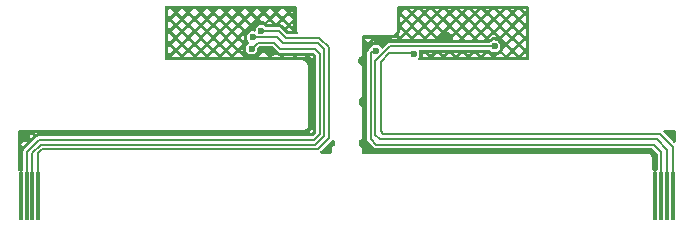
<source format=gbr>
%TF.GenerationSoftware,KiCad,Pcbnew,9.0.6-rc2*%
%TF.CreationDate,2025-11-19T20:35:16-08:00*%
%TF.ProjectId,FPCJr_Trigger_Board,4650434a-725f-4547-9269-676765725f42,rev?*%
%TF.SameCoordinates,Original*%
%TF.FileFunction,Copper,L2,Bot*%
%TF.FilePolarity,Positive*%
%FSLAX46Y46*%
G04 Gerber Fmt 4.6, Leading zero omitted, Abs format (unit mm)*
G04 Created by KiCad (PCBNEW 9.0.6-rc2) date 2025-11-19 20:35:16*
%MOMM*%
%LPD*%
G01*
G04 APERTURE LIST*
G04 Aperture macros list*
%AMRoundRect*
0 Rectangle with rounded corners*
0 $1 Rounding radius*
0 $2 $3 $4 $5 $6 $7 $8 $9 X,Y pos of 4 corners*
0 Add a 4 corners polygon primitive as box body*
4,1,4,$2,$3,$4,$5,$6,$7,$8,$9,$2,$3,0*
0 Add four circle primitives for the rounded corners*
1,1,$1+$1,$2,$3*
1,1,$1+$1,$4,$5*
1,1,$1+$1,$6,$7*
1,1,$1+$1,$8,$9*
0 Add four rect primitives between the rounded corners*
20,1,$1+$1,$2,$3,$4,$5,0*
20,1,$1+$1,$4,$5,$6,$7,0*
20,1,$1+$1,$6,$7,$8,$9,0*
20,1,$1+$1,$8,$9,$2,$3,0*%
G04 Aperture macros list end*
%TA.AperFunction,SMDPad,CuDef*%
%ADD10RoundRect,0.015000X0.135000X-1.985000X0.135000X1.985000X-0.135000X1.985000X-0.135000X-1.985000X0*%
%TD*%
%TA.AperFunction,ViaPad*%
%ADD11C,0.600000*%
%TD*%
%TA.AperFunction,Conductor*%
%ADD12C,0.200000*%
%TD*%
G04 APERTURE END LIST*
D10*
%TO.P,J2,1,Pin_1*%
%TO.N,+3V3L*%
X281345450Y-162373240D03*
%TO.P,J2,2,Pin_2*%
%TO.N,TRIGGER_EN_L*%
X280845450Y-162373240D03*
%TO.P,J2,3,Pin_3*%
%TO.N,ADC_0*%
X280345450Y-162373240D03*
%TO.P,J2,4,Pin_4*%
%TO.N,GNDL*%
X279845450Y-162373240D03*
%TD*%
%TO.P,J1,1,Pin_1*%
%TO.N,+3V3*%
X227617666Y-162373240D03*
%TO.P,J1,2,Pin_2*%
%TO.N,TRIGGER_EN_R*%
X227117666Y-162373240D03*
%TO.P,J1,3,Pin_3*%
%TO.N,ADC_1*%
X226617666Y-162373240D03*
%TO.P,J1,4,Pin_4*%
%TO.N,GND*%
X226117666Y-162373240D03*
%TD*%
D11*
%TO.N,GND*%
X226364800Y-157276800D03*
X252247400Y-158496000D03*
X247269000Y-149987000D03*
%TO.N,TRIGGER_EN_L*%
X266242800Y-149707600D03*
%TO.N,+3V3*%
X246507000Y-148361400D03*
%TO.N,ADC_0*%
X256184400Y-150088600D03*
%TO.N,ADC_1*%
X245668800Y-149885400D03*
%TO.N,TRIGGER_EN_R*%
X245770400Y-148945600D03*
%TO.N,+3V3L*%
X259384800Y-150368000D03*
%TO.N,GNDL*%
X262153400Y-148996400D03*
X281279600Y-157124400D03*
X255295400Y-158521400D03*
%TD*%
D12*
%TO.N,GND*%
X226117666Y-162373240D02*
X226117666Y-158565334D01*
X250850400Y-150317200D02*
X249326400Y-150317200D01*
X250901200Y-150368000D02*
X250850400Y-150317200D01*
X249326400Y-150317200D02*
X247599200Y-150317200D01*
X226745800Y-157937200D02*
X227457000Y-157226000D01*
X250723400Y-157226000D02*
X250850400Y-157099000D01*
X251053600Y-156032200D02*
X251053600Y-150520400D01*
X227990400Y-157226000D02*
X250723400Y-157226000D01*
X226117666Y-158565334D02*
X226745800Y-157937200D01*
X250850400Y-157099000D02*
X251053600Y-156895800D01*
X251053600Y-156895800D02*
X251053600Y-156032200D01*
X247599200Y-150317200D02*
X247269000Y-149987000D01*
X227457000Y-157226000D02*
X227990400Y-157226000D01*
X251053600Y-150520400D02*
X250901200Y-150368000D01*
%TO.N,TRIGGER_EN_L*%
X256159000Y-150926800D02*
X257378200Y-149707600D01*
X279984200Y-157581600D02*
X256514600Y-157581600D01*
X280845450Y-162373240D02*
X280845450Y-158442850D01*
X257378200Y-149707600D02*
X266242800Y-149707600D01*
X280845450Y-158442850D02*
X279984200Y-157581600D01*
X256159000Y-157226000D02*
X256159000Y-150926800D01*
X256514600Y-157581600D02*
X256159000Y-157226000D01*
%TO.N,+3V3*%
X251383800Y-148971000D02*
X252196600Y-149783800D01*
X248564400Y-148971000D02*
X251383800Y-148971000D01*
X247954800Y-148361400D02*
X248564400Y-148971000D01*
X252196600Y-149783800D02*
X252196600Y-157454600D01*
X252196600Y-157454600D02*
X251256800Y-158394400D01*
X227965000Y-158394400D02*
X227617666Y-158741734D01*
X246507000Y-148361400D02*
X247954800Y-148361400D01*
X227617666Y-158741734D02*
X227617666Y-162373240D01*
X251256800Y-158394400D02*
X227965000Y-158394400D01*
%TO.N,ADC_0*%
X256235200Y-150037800D02*
X256235200Y-149860000D01*
X256184400Y-150088600D02*
X256235200Y-150037800D01*
X255778000Y-150241000D02*
X255778000Y-157581600D01*
X279730200Y-158038800D02*
X280345450Y-158654050D01*
X256235200Y-158038800D02*
X279730200Y-158038800D01*
X280345450Y-158654050D02*
X280345450Y-162373240D01*
X255778000Y-157581600D02*
X256235200Y-158038800D01*
X255930400Y-150088600D02*
X255778000Y-150241000D01*
X256184400Y-150088600D02*
X255930400Y-150088600D01*
%TO.N,ADC_1*%
X251434600Y-150317200D02*
X251053600Y-149936200D01*
X226617666Y-162373240D02*
X226617666Y-158649534D01*
X247548400Y-149377400D02*
X246176800Y-149377400D01*
X246176800Y-149377400D02*
X245668800Y-149885400D01*
X227634800Y-157632400D02*
X250952000Y-157632400D01*
X251053600Y-149936200D02*
X248107200Y-149936200D01*
X248107200Y-149936200D02*
X247548400Y-149377400D01*
X250952000Y-157632400D02*
X251434600Y-157149800D01*
X251434600Y-157149800D02*
X251434600Y-150317200D01*
X226617666Y-158649534D02*
X227634800Y-157632400D01*
%TO.N,TRIGGER_EN_R*%
X251079000Y-158013400D02*
X251815600Y-157276800D01*
X227117666Y-162373240D02*
X227117666Y-158708334D01*
X251815600Y-157276800D02*
X251815600Y-149936200D01*
X227117666Y-158708334D02*
X227812600Y-158013400D01*
X251307600Y-149428200D02*
X248310400Y-149428200D01*
X247827800Y-148945600D02*
X245770400Y-148945600D01*
X251815600Y-149936200D02*
X251307600Y-149428200D01*
X248310400Y-149428200D02*
X247827800Y-148945600D01*
X227812600Y-158013400D02*
X251079000Y-158013400D01*
%TO.N,+3V3L*%
X281345450Y-158206250D02*
X280238200Y-157099000D01*
X259308600Y-150291800D02*
X259384800Y-150368000D01*
X256794000Y-157099000D02*
X256590800Y-156895800D01*
X257327400Y-150291800D02*
X259308600Y-150291800D01*
X256590800Y-151028400D02*
X257327400Y-150291800D01*
X280238200Y-157099000D02*
X256794000Y-157099000D01*
X281345450Y-162373240D02*
X281345450Y-158206250D01*
X256590800Y-156895800D02*
X256590800Y-151028400D01*
%TO.N,GNDL*%
X255397000Y-157784800D02*
X256133600Y-158521400D01*
X279628600Y-158521400D02*
X279845450Y-158738250D01*
X256260600Y-149199600D02*
X255397000Y-150063200D01*
X279845450Y-158738250D02*
X279845450Y-162373240D01*
X256133600Y-158521400D02*
X279628600Y-158521400D01*
X261950200Y-149199600D02*
X256260600Y-149199600D01*
X262153400Y-148996400D02*
X261950200Y-149199600D01*
X255397000Y-150063200D02*
X255397000Y-157784800D01*
%TD*%
%TA.AperFunction,Conductor*%
%TO.N,GND*%
G36*
X249422339Y-146300184D02*
G01*
X249468094Y-146352988D01*
X249479300Y-146404499D01*
X249479300Y-148247666D01*
X249509408Y-148379580D01*
X249509412Y-148379591D01*
X249563882Y-148492699D01*
X249575234Y-148561640D01*
X249547512Y-148625774D01*
X249489516Y-148664740D01*
X249452162Y-148670500D01*
X248740233Y-148670500D01*
X248673194Y-148650815D01*
X248652552Y-148634181D01*
X248255251Y-148236880D01*
X248641331Y-148236880D01*
X248801951Y-148397500D01*
X249136687Y-148397500D01*
X248808699Y-148069512D01*
X248641331Y-148236880D01*
X248255251Y-148236880D01*
X248139312Y-148120941D01*
X248139307Y-148120937D01*
X248129865Y-148115486D01*
X248129864Y-148115486D01*
X248070791Y-148081380D01*
X248070790Y-148081379D01*
X248026505Y-148069513D01*
X247994362Y-148060900D01*
X247994360Y-148060900D01*
X246965676Y-148060900D01*
X246898637Y-148041215D01*
X246877995Y-148024581D01*
X246814316Y-147960902D01*
X246814314Y-147960900D01*
X246746201Y-147921575D01*
X246700187Y-147895008D01*
X246634524Y-147877414D01*
X246572892Y-147860900D01*
X246441108Y-147860900D01*
X246313812Y-147895008D01*
X246199686Y-147960900D01*
X246199683Y-147960902D01*
X246106502Y-148054083D01*
X246106500Y-148054086D01*
X246040608Y-148168212D01*
X246006500Y-148295508D01*
X246006500Y-148329107D01*
X245986815Y-148396146D01*
X245934011Y-148441901D01*
X245864853Y-148451845D01*
X245850409Y-148448882D01*
X245836296Y-148445100D01*
X245836292Y-148445100D01*
X245704508Y-148445100D01*
X245577212Y-148479208D01*
X245463086Y-148545100D01*
X245463083Y-148545102D01*
X245369902Y-148638283D01*
X245369900Y-148638286D01*
X245304008Y-148752412D01*
X245272297Y-148870762D01*
X245269900Y-148879708D01*
X245269900Y-149011492D01*
X245281826Y-149055999D01*
X245304008Y-149138787D01*
X245336954Y-149195850D01*
X245369900Y-149252914D01*
X245369902Y-149252916D01*
X245399625Y-149282639D01*
X245433110Y-149343962D01*
X245428126Y-149413654D01*
X245386254Y-149469587D01*
X245373946Y-149477706D01*
X245361489Y-149484898D01*
X245361483Y-149484902D01*
X245268302Y-149578083D01*
X245268300Y-149578086D01*
X245202408Y-149692212D01*
X245180614Y-149773551D01*
X245168300Y-149819508D01*
X245168300Y-149951292D01*
X245180226Y-149995799D01*
X245202408Y-150078587D01*
X245225805Y-150119111D01*
X245268300Y-150192714D01*
X245361486Y-150285900D01*
X245475614Y-150351792D01*
X245602908Y-150385900D01*
X245602910Y-150385900D01*
X245734690Y-150385900D01*
X245734692Y-150385900D01*
X245861986Y-150351792D01*
X245976114Y-150285900D01*
X246069300Y-150192714D01*
X246111795Y-150119111D01*
X246406963Y-150119111D01*
X246508482Y-150017593D01*
X246442300Y-149951411D01*
X246442300Y-149960238D01*
X246442035Y-149968346D01*
X246441928Y-149969979D01*
X246441132Y-149978060D01*
X246438796Y-149995799D01*
X246437478Y-150003783D01*
X246437159Y-150005388D01*
X246435313Y-150013309D01*
X246406963Y-150119111D01*
X246111795Y-150119111D01*
X246135192Y-150078586D01*
X246169300Y-149951292D01*
X246169300Y-149861233D01*
X246188985Y-149794194D01*
X246205619Y-149773551D01*
X246264953Y-149714218D01*
X246326277Y-149680734D01*
X246352634Y-149677900D01*
X247372567Y-149677900D01*
X247439606Y-149697585D01*
X247460247Y-149714218D01*
X247922689Y-150176660D01*
X247991212Y-150216222D01*
X248067638Y-150236700D01*
X248146762Y-150236700D01*
X250877767Y-150236700D01*
X250944806Y-150256385D01*
X250965448Y-150273019D01*
X251097781Y-150405352D01*
X251131266Y-150466675D01*
X251134100Y-150493033D01*
X251134100Y-156973967D01*
X251114415Y-157041006D01*
X251097781Y-157061648D01*
X250863848Y-157295581D01*
X250802525Y-157329066D01*
X250776167Y-157331900D01*
X227595238Y-157331900D01*
X227518810Y-157352378D01*
X227450289Y-157391940D01*
X227450286Y-157391942D01*
X226377207Y-158465021D01*
X226377201Y-158465029D01*
X226337648Y-158533538D01*
X226337645Y-158533543D01*
X226317166Y-158609973D01*
X226317166Y-160124600D01*
X226297481Y-160191639D01*
X226244677Y-160237394D01*
X226193166Y-160248600D01*
X225992109Y-160248600D01*
X225925070Y-160228915D01*
X225879315Y-160176111D01*
X225868109Y-160124628D01*
X225867886Y-159136147D01*
X225867627Y-157983149D01*
X226150169Y-157983149D01*
X226311584Y-158144564D01*
X226666552Y-157789596D01*
X226632899Y-157755943D01*
X226590845Y-157780224D01*
X226560937Y-157792612D01*
X226452845Y-157821575D01*
X226420752Y-157825800D01*
X226308848Y-157825800D01*
X226307673Y-157825645D01*
X226150169Y-157983149D01*
X225867627Y-157983149D01*
X225867538Y-157589245D01*
X226818339Y-157589245D01*
X226842622Y-157613528D01*
X227197590Y-157258560D01*
X227036174Y-157097144D01*
X226913645Y-157219673D01*
X226913800Y-157220848D01*
X226913800Y-157332752D01*
X226909575Y-157364845D01*
X226880612Y-157472937D01*
X226868224Y-157502845D01*
X226818339Y-157589245D01*
X225867538Y-157589245D01*
X225867427Y-157093882D01*
X225867418Y-157053500D01*
X227344668Y-157053500D01*
X227398291Y-157107123D01*
X227398679Y-157106933D01*
X227406082Y-157103579D01*
X227422613Y-157096733D01*
X227430187Y-157093882D01*
X227431736Y-157093356D01*
X227439513Y-157090996D01*
X227533221Y-157065887D01*
X227541142Y-157064041D01*
X227542747Y-157063722D01*
X227550731Y-157062404D01*
X227568470Y-157060068D01*
X227576551Y-157059272D01*
X227578184Y-157059165D01*
X227586292Y-157058900D01*
X227784356Y-157058900D01*
X227789756Y-157053500D01*
X228406743Y-157053500D01*
X228412143Y-157058900D01*
X228846431Y-157058900D01*
X228851831Y-157053500D01*
X229468817Y-157053500D01*
X229474217Y-157058900D01*
X229908505Y-157058900D01*
X229913905Y-157053500D01*
X230530891Y-157053500D01*
X230536291Y-157058900D01*
X230970580Y-157058900D01*
X230975980Y-157053500D01*
X231592966Y-157053500D01*
X231598366Y-157058900D01*
X232032654Y-157058900D01*
X232038054Y-157053500D01*
X232655040Y-157053500D01*
X232660440Y-157058900D01*
X233094728Y-157058900D01*
X233100128Y-157053500D01*
X233717115Y-157053500D01*
X233722515Y-157058900D01*
X234156803Y-157058900D01*
X234162203Y-157053500D01*
X234779189Y-157053500D01*
X234784589Y-157058900D01*
X235218877Y-157058900D01*
X235224277Y-157053500D01*
X235841263Y-157053500D01*
X235846663Y-157058900D01*
X236280951Y-157058900D01*
X236286351Y-157053500D01*
X236903338Y-157053500D01*
X236908738Y-157058900D01*
X237343026Y-157058900D01*
X237348426Y-157053500D01*
X237965412Y-157053500D01*
X237970812Y-157058900D01*
X238405100Y-157058900D01*
X238410500Y-157053500D01*
X239027486Y-157053500D01*
X239032886Y-157058900D01*
X239467175Y-157058900D01*
X239472575Y-157053500D01*
X240089561Y-157053500D01*
X240094961Y-157058900D01*
X240529249Y-157058900D01*
X240534649Y-157053500D01*
X241151635Y-157053500D01*
X241157035Y-157058900D01*
X241591323Y-157058900D01*
X241596723Y-157053500D01*
X242213710Y-157053500D01*
X242219110Y-157058900D01*
X242653398Y-157058900D01*
X242658798Y-157053500D01*
X243275784Y-157053500D01*
X243281184Y-157058900D01*
X243715472Y-157058900D01*
X243720872Y-157053500D01*
X244337858Y-157053500D01*
X244343258Y-157058900D01*
X244777547Y-157058900D01*
X244782947Y-157053500D01*
X245399933Y-157053500D01*
X245405333Y-157058900D01*
X245839621Y-157058900D01*
X245845021Y-157053500D01*
X246462007Y-157053500D01*
X246467407Y-157058900D01*
X246901695Y-157058900D01*
X246907095Y-157053500D01*
X247524082Y-157053500D01*
X247529482Y-157058900D01*
X247963770Y-157058900D01*
X247969170Y-157053500D01*
X248586156Y-157053500D01*
X248591556Y-157058900D01*
X249025844Y-157058900D01*
X249031244Y-157053500D01*
X249648230Y-157053500D01*
X249653630Y-157058900D01*
X250087918Y-157058900D01*
X250101115Y-157045702D01*
X250089469Y-157048361D01*
X250082634Y-157049720D01*
X250081250Y-157049955D01*
X250074364Y-157050927D01*
X250064312Y-157052058D01*
X250062808Y-157052324D01*
X250059917Y-157052662D01*
X250045487Y-157053501D01*
X250041521Y-157053500D01*
X250041517Y-157053501D01*
X249908054Y-157053501D01*
X249908046Y-157053500D01*
X249648230Y-157053500D01*
X249031244Y-157053500D01*
X248586156Y-157053500D01*
X247969170Y-157053500D01*
X247524082Y-157053500D01*
X246907095Y-157053500D01*
X246462007Y-157053500D01*
X245845021Y-157053500D01*
X245399933Y-157053500D01*
X244782947Y-157053500D01*
X244337858Y-157053500D01*
X243720872Y-157053500D01*
X243275784Y-157053500D01*
X242658798Y-157053500D01*
X242213710Y-157053500D01*
X241596723Y-157053500D01*
X241151635Y-157053500D01*
X240534649Y-157053500D01*
X240089561Y-157053500D01*
X239472575Y-157053500D01*
X239027486Y-157053500D01*
X238410500Y-157053500D01*
X237965412Y-157053500D01*
X237348426Y-157053500D01*
X236903338Y-157053500D01*
X236286351Y-157053500D01*
X235841263Y-157053500D01*
X235224277Y-157053500D01*
X234779189Y-157053500D01*
X234162203Y-157053500D01*
X233717115Y-157053500D01*
X233100128Y-157053500D01*
X232655040Y-157053500D01*
X232038054Y-157053500D01*
X231592966Y-157053500D01*
X230975980Y-157053500D01*
X230530891Y-157053500D01*
X229913905Y-157053500D01*
X229468817Y-157053500D01*
X228851831Y-157053500D01*
X228406743Y-157053500D01*
X227789756Y-157053500D01*
X227344668Y-157053500D01*
X225867418Y-157053500D01*
X225867388Y-156921076D01*
X250577881Y-156921076D01*
X250715077Y-157058272D01*
X250861100Y-156912249D01*
X250861100Y-156637857D01*
X250577881Y-156921076D01*
X225867388Y-156921076D01*
X225867384Y-156904528D01*
X225887053Y-156837484D01*
X225939847Y-156791717D01*
X225991384Y-156780500D01*
X249910963Y-156780500D01*
X249910967Y-156780501D01*
X250031162Y-156780501D01*
X250031162Y-156780502D01*
X250031172Y-156780500D01*
X250036193Y-156780500D01*
X250146150Y-156755403D01*
X250247766Y-156706467D01*
X250335946Y-156636147D01*
X250406266Y-156547968D01*
X250455202Y-156446352D01*
X250480300Y-156336395D01*
X250480300Y-156280002D01*
X250480300Y-156235832D01*
X250480300Y-155683583D01*
X250753300Y-155683583D01*
X250753300Y-156034421D01*
X250861100Y-156142221D01*
X250861100Y-155575783D01*
X250753300Y-155683583D01*
X250480300Y-155683583D01*
X250480300Y-154621508D01*
X250753300Y-154621508D01*
X250753300Y-154972346D01*
X250861100Y-155080146D01*
X250861100Y-154513708D01*
X250753300Y-154621508D01*
X250480300Y-154621508D01*
X250480300Y-153559434D01*
X250753300Y-153559434D01*
X250753300Y-153910272D01*
X250861100Y-154018072D01*
X250861100Y-153451634D01*
X250753300Y-153559434D01*
X250480300Y-153559434D01*
X250480300Y-152497359D01*
X250753300Y-152497359D01*
X250753300Y-152848198D01*
X250861100Y-152955998D01*
X250861100Y-152389559D01*
X250753300Y-152497359D01*
X250480300Y-152497359D01*
X250480300Y-151435284D01*
X250753300Y-151435284D01*
X250753300Y-151786123D01*
X250861100Y-151893923D01*
X250861100Y-151327484D01*
X250753300Y-151435284D01*
X250480300Y-151435284D01*
X250480300Y-151430172D01*
X250480300Y-151412340D01*
X250480299Y-151412338D01*
X250480299Y-151412333D01*
X250450191Y-151280419D01*
X250450189Y-151280416D01*
X250450189Y-151280412D01*
X250391475Y-151158493D01*
X250355426Y-151113289D01*
X250307105Y-151052694D01*
X250201304Y-150968323D01*
X250079388Y-150909611D01*
X250079380Y-150909608D01*
X249947466Y-150879500D01*
X249947460Y-150879500D01*
X249929628Y-150879500D01*
X238420300Y-150879500D01*
X238353261Y-150859815D01*
X238307506Y-150807011D01*
X238296300Y-150755500D01*
X238296300Y-150754932D01*
X250371578Y-150754932D01*
X250483309Y-150844032D01*
X250488637Y-150848531D01*
X250489683Y-150849466D01*
X250494725Y-150854234D01*
X250505566Y-150865075D01*
X250510334Y-150870117D01*
X250511269Y-150871163D01*
X250515768Y-150876491D01*
X250609695Y-150994275D01*
X250613865Y-150999814D01*
X250614677Y-151000958D01*
X250618552Y-151006757D01*
X250626708Y-151019737D01*
X250630231Y-151025708D01*
X250630910Y-151026936D01*
X250634114Y-151033137D01*
X250689109Y-151147337D01*
X250756779Y-151079666D01*
X250401811Y-150724698D01*
X250371578Y-150754932D01*
X238296300Y-150754932D01*
X238296300Y-150548630D01*
X238895062Y-150548630D01*
X238952932Y-150606500D01*
X239547129Y-150606500D01*
X239604999Y-150548630D01*
X239957137Y-150548630D01*
X240015007Y-150606500D01*
X240609203Y-150606500D01*
X240667073Y-150548630D01*
X241019211Y-150548630D01*
X241077081Y-150606500D01*
X241671277Y-150606500D01*
X241729147Y-150548630D01*
X242081286Y-150548630D01*
X242139156Y-150606500D01*
X242733352Y-150606500D01*
X242791222Y-150548630D01*
X243143360Y-150548630D01*
X243201230Y-150606500D01*
X243795426Y-150606500D01*
X243853296Y-150548630D01*
X244205434Y-150548630D01*
X244263304Y-150606500D01*
X244857501Y-150606500D01*
X244915370Y-150548630D01*
X245267509Y-150548630D01*
X245325379Y-150606500D01*
X245377152Y-150606500D01*
X245362884Y-150600591D01*
X245355481Y-150597237D01*
X245354013Y-150596513D01*
X245346860Y-150592690D01*
X245270546Y-150548630D01*
X246329583Y-150548630D01*
X246387453Y-150606500D01*
X246981649Y-150606500D01*
X247039519Y-150548630D01*
X247391658Y-150548630D01*
X247449528Y-150606500D01*
X248043724Y-150606500D01*
X248101594Y-150548630D01*
X248453732Y-150548630D01*
X248511602Y-150606500D01*
X249105798Y-150606500D01*
X249163668Y-150548630D01*
X249515806Y-150548630D01*
X249573676Y-150606500D01*
X249955125Y-150606500D01*
X249962106Y-150606697D01*
X249963507Y-150606776D01*
X249970407Y-150607358D01*
X249985640Y-150609074D01*
X249992531Y-150610047D01*
X249993914Y-150610282D01*
X250000734Y-150611639D01*
X250132628Y-150641742D01*
X250225740Y-150548630D01*
X250577881Y-150548630D01*
X250861100Y-150831849D01*
X250861100Y-150554751D01*
X250816049Y-150509700D01*
X250616811Y-150509700D01*
X250577881Y-150548630D01*
X250225740Y-150548630D01*
X250225741Y-150548629D01*
X250186812Y-150509700D01*
X249554736Y-150509700D01*
X249515806Y-150548630D01*
X249163668Y-150548630D01*
X249124738Y-150509700D01*
X248492662Y-150509700D01*
X248453732Y-150548630D01*
X248101594Y-150548630D01*
X248062664Y-150509700D01*
X248058692Y-150509700D01*
X248050584Y-150509435D01*
X248048951Y-150509328D01*
X248040870Y-150508532D01*
X248023131Y-150506196D01*
X248015147Y-150504878D01*
X248013542Y-150504559D01*
X248005621Y-150502713D01*
X247911913Y-150477604D01*
X247904136Y-150475244D01*
X247902587Y-150474718D01*
X247895013Y-150471867D01*
X247878482Y-150465021D01*
X247871079Y-150461667D01*
X247869611Y-150460943D01*
X247862458Y-150457119D01*
X247778440Y-150408610D01*
X247771571Y-150404340D01*
X247770210Y-150403431D01*
X247763591Y-150398689D01*
X247749397Y-150387797D01*
X247743113Y-150382639D01*
X247741883Y-150381560D01*
X247735975Y-150376025D01*
X247696176Y-150336226D01*
X247617637Y-150414765D01*
X247591957Y-150434471D01*
X247495045Y-150490424D01*
X247465137Y-150502812D01*
X247427351Y-150512936D01*
X247391658Y-150548630D01*
X247039519Y-150548630D01*
X246684551Y-150193662D01*
X246329583Y-150548630D01*
X245270546Y-150548630D01*
X245268620Y-150547518D01*
X245267509Y-150548630D01*
X244915370Y-150548630D01*
X244560402Y-150193661D01*
X244205434Y-150548630D01*
X243853296Y-150548630D01*
X243498328Y-150193662D01*
X243143360Y-150548630D01*
X242791222Y-150548630D01*
X242436254Y-150193662D01*
X242081286Y-150548630D01*
X241729147Y-150548630D01*
X241374179Y-150193662D01*
X241019211Y-150548630D01*
X240667073Y-150548630D01*
X240312105Y-150193662D01*
X239957137Y-150548630D01*
X239604999Y-150548630D01*
X239250030Y-150193661D01*
X238895062Y-150548630D01*
X238296300Y-150548630D01*
X238296300Y-149812317D01*
X238569300Y-149812317D01*
X238569300Y-150222868D01*
X238718993Y-150372561D01*
X239073961Y-150017592D01*
X239426099Y-150017592D01*
X239781068Y-150372561D01*
X240136036Y-150017592D01*
X240488173Y-150017592D01*
X240843142Y-150372561D01*
X241198110Y-150017592D01*
X241550248Y-150017592D01*
X241905216Y-150372561D01*
X242260185Y-150017592D01*
X242612322Y-150017592D01*
X242967291Y-150372561D01*
X243322259Y-150017592D01*
X243674396Y-150017592D01*
X244029365Y-150372561D01*
X244384333Y-150017592D01*
X244736471Y-150017592D01*
X245009720Y-150290841D01*
X244961510Y-150207340D01*
X244957687Y-150200187D01*
X244956963Y-150198719D01*
X244953609Y-150191316D01*
X244946763Y-150174785D01*
X244943912Y-150167211D01*
X244943386Y-150165662D01*
X244941026Y-150157885D01*
X244902287Y-150013309D01*
X244900441Y-150005388D01*
X244900122Y-150003783D01*
X244898804Y-149995799D01*
X244896468Y-149978060D01*
X244895672Y-149969979D01*
X244895565Y-149968346D01*
X244895300Y-149960238D01*
X244895300Y-149858764D01*
X244736471Y-150017592D01*
X244384333Y-150017592D01*
X244029365Y-149662624D01*
X243674396Y-150017592D01*
X243322259Y-150017592D01*
X242967291Y-149662624D01*
X242612322Y-150017592D01*
X242260185Y-150017592D01*
X241905216Y-149662624D01*
X241550248Y-150017592D01*
X241198110Y-150017592D01*
X240843142Y-149662624D01*
X240488173Y-150017592D01*
X240136036Y-150017592D01*
X239781068Y-149662624D01*
X239426099Y-150017592D01*
X239073961Y-150017592D01*
X238718992Y-149662624D01*
X238569300Y-149812317D01*
X238296300Y-149812317D01*
X238296300Y-149486555D01*
X238895062Y-149486555D01*
X239250030Y-149841523D01*
X239604999Y-149486555D01*
X239957137Y-149486555D01*
X240312105Y-149841523D01*
X240667073Y-149486555D01*
X241019211Y-149486555D01*
X241374179Y-149841523D01*
X241729147Y-149486555D01*
X242081286Y-149486555D01*
X242436254Y-149841523D01*
X242791222Y-149486555D01*
X243143360Y-149486555D01*
X243498328Y-149841523D01*
X243853296Y-149486555D01*
X244205434Y-149486555D01*
X244560402Y-149841523D01*
X244915370Y-149486555D01*
X244560402Y-149131586D01*
X244205434Y-149486555D01*
X243853296Y-149486555D01*
X243498328Y-149131587D01*
X243143360Y-149486555D01*
X242791222Y-149486555D01*
X242436254Y-149131587D01*
X242081286Y-149486555D01*
X241729147Y-149486555D01*
X241374179Y-149131587D01*
X241019211Y-149486555D01*
X240667073Y-149486555D01*
X240312105Y-149131587D01*
X239957137Y-149486555D01*
X239604999Y-149486555D01*
X239250030Y-149131586D01*
X238895062Y-149486555D01*
X238296300Y-149486555D01*
X238296300Y-148750243D01*
X238569300Y-148750243D01*
X238569300Y-149160793D01*
X238718993Y-149310486D01*
X239073961Y-148955518D01*
X239426100Y-148955518D01*
X239781068Y-149310486D01*
X240136036Y-148955518D01*
X240488174Y-148955518D01*
X240843142Y-149310486D01*
X241198110Y-148955518D01*
X241550248Y-148955518D01*
X241905216Y-149310486D01*
X242260185Y-148955518D01*
X242612323Y-148955518D01*
X242967291Y-149310486D01*
X243322259Y-148955518D01*
X243674397Y-148955518D01*
X244029365Y-149310486D01*
X244384333Y-148955518D01*
X244736472Y-148955518D01*
X245083076Y-149302122D01*
X245063110Y-149267540D01*
X245059287Y-149260387D01*
X245058563Y-149258919D01*
X245055209Y-149251516D01*
X245048363Y-149234985D01*
X245045512Y-149227411D01*
X245044986Y-149225862D01*
X245042626Y-149218085D01*
X245003887Y-149073509D01*
X245002041Y-149065588D01*
X245001722Y-149063983D01*
X245000404Y-149055999D01*
X244998068Y-149038260D01*
X244997272Y-149030179D01*
X244997165Y-149028546D01*
X244996900Y-149020438D01*
X244996900Y-148870762D01*
X244997165Y-148862654D01*
X244997272Y-148861021D01*
X244998068Y-148852940D01*
X245000404Y-148835201D01*
X245001722Y-148827217D01*
X245002041Y-148825612D01*
X245003887Y-148817691D01*
X245042626Y-148673115D01*
X245044986Y-148665338D01*
X245045512Y-148663789D01*
X245048363Y-148656215D01*
X245055209Y-148639684D01*
X245057613Y-148634376D01*
X244736472Y-148955518D01*
X244384333Y-148955518D01*
X244029365Y-148600550D01*
X243674397Y-148955518D01*
X243322259Y-148955518D01*
X242967291Y-148600550D01*
X242612323Y-148955518D01*
X242260185Y-148955518D01*
X241905216Y-148600549D01*
X241550248Y-148955518D01*
X241198110Y-148955518D01*
X240843142Y-148600550D01*
X240488174Y-148955518D01*
X240136036Y-148955518D01*
X239781068Y-148600550D01*
X239426100Y-148955518D01*
X239073961Y-148955518D01*
X238718993Y-148600550D01*
X238569300Y-148750243D01*
X238296300Y-148750243D01*
X238296300Y-148424481D01*
X238895062Y-148424481D01*
X239250030Y-148779449D01*
X239604999Y-148424481D01*
X239957137Y-148424481D01*
X240312105Y-148779449D01*
X240667073Y-148424481D01*
X241019211Y-148424481D01*
X241374179Y-148779449D01*
X241729147Y-148424481D01*
X242081286Y-148424481D01*
X242436254Y-148779449D01*
X242791222Y-148424481D01*
X243143360Y-148424481D01*
X243498328Y-148779449D01*
X243853296Y-148424481D01*
X244205434Y-148424481D01*
X244560402Y-148779449D01*
X244915370Y-148424481D01*
X244560402Y-148069512D01*
X244205434Y-148424481D01*
X243853296Y-148424481D01*
X243498328Y-148069513D01*
X243143360Y-148424481D01*
X242791222Y-148424481D01*
X242436254Y-148069513D01*
X242081286Y-148424481D01*
X241729147Y-148424481D01*
X241374179Y-148069513D01*
X241019211Y-148424481D01*
X240667073Y-148424481D01*
X240312105Y-148069513D01*
X239957137Y-148424481D01*
X239604999Y-148424481D01*
X239250030Y-148069512D01*
X238895062Y-148424481D01*
X238296300Y-148424481D01*
X238296300Y-147688169D01*
X238569300Y-147688169D01*
X238569300Y-148098719D01*
X238718993Y-148248412D01*
X239073961Y-147893444D01*
X239426100Y-147893444D01*
X239781068Y-148248412D01*
X240136036Y-147893444D01*
X240488174Y-147893444D01*
X240843142Y-148248412D01*
X241198110Y-147893444D01*
X241550248Y-147893444D01*
X241905216Y-148248412D01*
X242260185Y-147893444D01*
X242612323Y-147893444D01*
X242967291Y-148248412D01*
X243322259Y-147893444D01*
X243674397Y-147893444D01*
X244029365Y-148248412D01*
X244384333Y-147893444D01*
X244736472Y-147893444D01*
X245091440Y-148248412D01*
X245107039Y-148232813D01*
X245459176Y-148232813D01*
X245464484Y-148230409D01*
X245481015Y-148223563D01*
X245488589Y-148220712D01*
X245490138Y-148220186D01*
X245497915Y-148217826D01*
X245642491Y-148179087D01*
X245650412Y-148177241D01*
X245652017Y-148176922D01*
X245660001Y-148175604D01*
X245677740Y-148173268D01*
X245685821Y-148172472D01*
X245687454Y-148172365D01*
X245695562Y-148172100D01*
X245725064Y-148172100D01*
X245622477Y-148069513D01*
X245459176Y-148232813D01*
X245107039Y-148232813D01*
X245446408Y-147893444D01*
X245798546Y-147893444D01*
X245852730Y-147947628D01*
X245874549Y-147909837D01*
X245878820Y-147902968D01*
X245879729Y-147901607D01*
X245884471Y-147894988D01*
X245895363Y-147880794D01*
X245900521Y-147874510D01*
X245901600Y-147873280D01*
X245907135Y-147867372D01*
X245984748Y-147789759D01*
X248026379Y-147789759D01*
X248038870Y-147791404D01*
X248046854Y-147792722D01*
X248048459Y-147793041D01*
X248056381Y-147794888D01*
X248150089Y-147819998D01*
X248157842Y-147822349D01*
X248159392Y-147822875D01*
X248166994Y-147825736D01*
X248183523Y-147832582D01*
X248190921Y-147835934D01*
X248192389Y-147836658D01*
X248199540Y-147840480D01*
X248263513Y-147877414D01*
X248263516Y-147877416D01*
X248283559Y-147888988D01*
X248290428Y-147893259D01*
X248291789Y-147894168D01*
X248298409Y-147898911D01*
X248312604Y-147909804D01*
X248318887Y-147914961D01*
X248320117Y-147916040D01*
X248326025Y-147921575D01*
X248465262Y-148060812D01*
X248632629Y-147893444D01*
X248984769Y-147893444D01*
X249206300Y-148114975D01*
X249206300Y-147671913D01*
X248984769Y-147893444D01*
X248632629Y-147893444D01*
X248632630Y-147893443D01*
X248277663Y-147538476D01*
X248026379Y-147789759D01*
X245984748Y-147789759D01*
X246012972Y-147761535D01*
X246017361Y-147757423D01*
X246996639Y-147757423D01*
X247001028Y-147761534D01*
X247027394Y-147787900D01*
X247465013Y-147787900D01*
X247215587Y-147538475D01*
X246996639Y-147757423D01*
X246017361Y-147757423D01*
X246018880Y-147756000D01*
X246020110Y-147754921D01*
X246026394Y-147749763D01*
X246040588Y-147738871D01*
X246047207Y-147734129D01*
X246048568Y-147733220D01*
X246055437Y-147728949D01*
X246185060Y-147654110D01*
X246192213Y-147650287D01*
X246193681Y-147649563D01*
X246201084Y-147646209D01*
X246217615Y-147639363D01*
X246225189Y-147636512D01*
X246226738Y-147635986D01*
X246234515Y-147633626D01*
X246245673Y-147630635D01*
X246153514Y-147538476D01*
X245798546Y-147893444D01*
X245446408Y-147893444D01*
X245091440Y-147538476D01*
X244736472Y-147893444D01*
X244384333Y-147893444D01*
X244029365Y-147538476D01*
X243674397Y-147893444D01*
X243322259Y-147893444D01*
X242967291Y-147538476D01*
X242612323Y-147893444D01*
X242260185Y-147893444D01*
X241905216Y-147538475D01*
X241550248Y-147893444D01*
X241198110Y-147893444D01*
X240843142Y-147538476D01*
X240488174Y-147893444D01*
X240136036Y-147893444D01*
X239781068Y-147538476D01*
X239426100Y-147893444D01*
X239073961Y-147893444D01*
X238718993Y-147538476D01*
X238569300Y-147688169D01*
X238296300Y-147688169D01*
X238296300Y-147362407D01*
X238895062Y-147362407D01*
X239250030Y-147717375D01*
X239604999Y-147362407D01*
X239957137Y-147362407D01*
X240312105Y-147717375D01*
X240667073Y-147362407D01*
X241019211Y-147362407D01*
X241374179Y-147717375D01*
X241729147Y-147362407D01*
X242081286Y-147362407D01*
X242436254Y-147717375D01*
X242791222Y-147362407D01*
X243143360Y-147362407D01*
X243498328Y-147717375D01*
X243853296Y-147362407D01*
X244205434Y-147362407D01*
X244560402Y-147717375D01*
X244915370Y-147362407D01*
X245267509Y-147362407D01*
X245622477Y-147717375D01*
X245977445Y-147362407D01*
X246329583Y-147362407D01*
X246555076Y-147587900D01*
X246581838Y-147587900D01*
X246589946Y-147588165D01*
X246591579Y-147588272D01*
X246599660Y-147589068D01*
X246617399Y-147591404D01*
X246625383Y-147592722D01*
X246626988Y-147593041D01*
X246634909Y-147594887D01*
X246770662Y-147631262D01*
X247039517Y-147362407D01*
X247391658Y-147362407D01*
X247746626Y-147717375D01*
X248101594Y-147362407D01*
X248453732Y-147362407D01*
X248808700Y-147717375D01*
X249163668Y-147362407D01*
X248808700Y-147007439D01*
X248453732Y-147362407D01*
X248101594Y-147362407D01*
X247746626Y-147007439D01*
X247391658Y-147362407D01*
X247039517Y-147362407D01*
X247039518Y-147362406D01*
X246684551Y-147007439D01*
X246329583Y-147362407D01*
X245977445Y-147362407D01*
X245622477Y-147007439D01*
X245267509Y-147362407D01*
X244915370Y-147362407D01*
X244560402Y-147007438D01*
X244205434Y-147362407D01*
X243853296Y-147362407D01*
X243498328Y-147007439D01*
X243143360Y-147362407D01*
X242791222Y-147362407D01*
X242436254Y-147007439D01*
X242081286Y-147362407D01*
X241729147Y-147362407D01*
X241374179Y-147007439D01*
X241019211Y-147362407D01*
X240667073Y-147362407D01*
X240312105Y-147007439D01*
X239957137Y-147362407D01*
X239604999Y-147362407D01*
X239250030Y-147007438D01*
X238895062Y-147362407D01*
X238296300Y-147362407D01*
X238296300Y-146626094D01*
X238569300Y-146626094D01*
X238569300Y-147036644D01*
X238718993Y-147186337D01*
X239073961Y-146831369D01*
X239426100Y-146831369D01*
X239781068Y-147186337D01*
X240136036Y-146831369D01*
X240488174Y-146831369D01*
X240843142Y-147186337D01*
X241198110Y-146831369D01*
X241550248Y-146831369D01*
X241905216Y-147186337D01*
X242260185Y-146831369D01*
X242612323Y-146831369D01*
X242967291Y-147186337D01*
X243322259Y-146831369D01*
X243674397Y-146831369D01*
X244029365Y-147186337D01*
X244384333Y-146831369D01*
X244736472Y-146831369D01*
X245091440Y-147186337D01*
X245446408Y-146831369D01*
X245798546Y-146831369D01*
X246153514Y-147186337D01*
X246508482Y-146831369D01*
X246860620Y-146831369D01*
X247215588Y-147186337D01*
X247570556Y-146831369D01*
X247922695Y-146831369D01*
X248277663Y-147186337D01*
X248632631Y-146831369D01*
X248984769Y-146831369D01*
X249206300Y-147052900D01*
X249206300Y-146609838D01*
X248984769Y-146831369D01*
X248632631Y-146831369D01*
X248354761Y-146553499D01*
X248200565Y-146553499D01*
X247922695Y-146831369D01*
X247570556Y-146831369D01*
X247292686Y-146553499D01*
X247138490Y-146553499D01*
X246860620Y-146831369D01*
X246508482Y-146831369D01*
X246230612Y-146553499D01*
X246076416Y-146553499D01*
X245798546Y-146831369D01*
X245446408Y-146831369D01*
X245168538Y-146553499D01*
X245014342Y-146553499D01*
X244736472Y-146831369D01*
X244384333Y-146831369D01*
X244106463Y-146553499D01*
X243952267Y-146553499D01*
X243674397Y-146831369D01*
X243322259Y-146831369D01*
X243044389Y-146553499D01*
X242890193Y-146553499D01*
X242612323Y-146831369D01*
X242260185Y-146831369D01*
X241982315Y-146553499D01*
X241828119Y-146553499D01*
X241550248Y-146831369D01*
X241198110Y-146831369D01*
X240920240Y-146553499D01*
X240766044Y-146553499D01*
X240488174Y-146831369D01*
X240136036Y-146831369D01*
X239858166Y-146553499D01*
X239703970Y-146553499D01*
X239426100Y-146831369D01*
X239073961Y-146831369D01*
X238796091Y-146553499D01*
X238641895Y-146553499D01*
X238569300Y-146626094D01*
X238296300Y-146626094D01*
X238296300Y-146404499D01*
X238315985Y-146337460D01*
X238368789Y-146291705D01*
X238420300Y-146280499D01*
X249355300Y-146280499D01*
X249422339Y-146300184D01*
G37*
%TD.AperFunction*%
%TA.AperFunction,Conductor*%
G36*
X252581514Y-157601828D02*
G01*
X252587900Y-157604473D01*
X252587903Y-157604476D01*
X252631378Y-157622484D01*
X252685779Y-157666324D01*
X252707843Y-157732618D01*
X252707922Y-157737334D01*
X252707194Y-158047774D01*
X252687352Y-158114767D01*
X252634441Y-158160398D01*
X252630647Y-158162044D01*
X252587902Y-158179749D01*
X252517436Y-158250215D01*
X252479300Y-158342283D01*
X252479300Y-158655500D01*
X252459615Y-158722539D01*
X252406811Y-158768294D01*
X252355300Y-158779500D01*
X251596033Y-158779500D01*
X251528994Y-158759815D01*
X251483239Y-158707011D01*
X251473295Y-158637853D01*
X251502320Y-158574297D01*
X251508352Y-158567819D01*
X252442807Y-157633364D01*
X252444159Y-157634716D01*
X252492101Y-157599704D01*
X252561847Y-157595542D01*
X252581514Y-157601828D01*
G37*
%TD.AperFunction*%
%TD*%
%TA.AperFunction,Conductor*%
%TO.N,GNDL*%
G36*
X269106339Y-146300185D02*
G01*
X269152094Y-146352989D01*
X269163300Y-146404500D01*
X269163301Y-150755500D01*
X269143616Y-150822539D01*
X269090812Y-150868294D01*
X269039301Y-150879500D01*
X259880069Y-150879500D01*
X259813030Y-150859815D01*
X259767275Y-150807011D01*
X259757331Y-150737853D01*
X259781696Y-150680010D01*
X259785291Y-150675322D01*
X259785300Y-150675314D01*
X259825030Y-150606500D01*
X260121680Y-150606500D01*
X260660044Y-150606500D01*
X260672768Y-150593776D01*
X261024906Y-150593776D01*
X261037630Y-150606500D01*
X261722118Y-150606500D01*
X261734842Y-150593776D01*
X262086980Y-150593776D01*
X262099704Y-150606500D01*
X262784193Y-150606500D01*
X262796917Y-150593776D01*
X263149055Y-150593776D01*
X263161779Y-150606500D01*
X263846267Y-150606500D01*
X263858991Y-150593776D01*
X264211129Y-150593776D01*
X264223853Y-150606500D01*
X264908341Y-150606500D01*
X264921065Y-150593776D01*
X265273204Y-150593776D01*
X265285928Y-150606500D01*
X265970416Y-150606500D01*
X265983140Y-150593776D01*
X265983139Y-150593775D01*
X266335277Y-150593775D01*
X266348002Y-150606500D01*
X267032490Y-150606500D01*
X267045214Y-150593776D01*
X267397352Y-150593776D01*
X267410076Y-150606500D01*
X268094565Y-150606500D01*
X268107288Y-150593776D01*
X268459427Y-150593776D01*
X268472151Y-150606500D01*
X268890301Y-150606500D01*
X268890300Y-150314713D01*
X268814395Y-150238808D01*
X268459427Y-150593776D01*
X268107288Y-150593776D01*
X267752320Y-150238807D01*
X267397352Y-150593776D01*
X267045214Y-150593776D01*
X266747865Y-150296427D01*
X266736829Y-150307465D01*
X266730920Y-150313000D01*
X266729690Y-150314079D01*
X266723406Y-150319237D01*
X266709212Y-150330129D01*
X266702593Y-150334871D01*
X266701232Y-150335780D01*
X266694363Y-150340051D01*
X266564740Y-150414890D01*
X266557587Y-150418713D01*
X266556119Y-150419437D01*
X266548716Y-150422791D01*
X266532185Y-150429637D01*
X266524611Y-150432488D01*
X266523062Y-150433014D01*
X266515284Y-150435374D01*
X266485771Y-150443281D01*
X266335277Y-150593775D01*
X265983139Y-150593775D01*
X265670464Y-150281100D01*
X265585880Y-150281100D01*
X265273204Y-150593776D01*
X264921065Y-150593776D01*
X264608389Y-150281100D01*
X264960527Y-150281100D01*
X265097134Y-150417707D01*
X265233742Y-150281100D01*
X264960527Y-150281100D01*
X264608389Y-150281100D01*
X264523805Y-150281100D01*
X264211129Y-150593776D01*
X263858991Y-150593776D01*
X263546315Y-150281100D01*
X263898453Y-150281100D01*
X264035060Y-150417707D01*
X264171667Y-150281100D01*
X263898453Y-150281100D01*
X263546315Y-150281100D01*
X263461731Y-150281100D01*
X263149055Y-150593776D01*
X262796917Y-150593776D01*
X262484241Y-150281100D01*
X262836379Y-150281100D01*
X262972986Y-150417707D01*
X263109593Y-150281100D01*
X262836379Y-150281100D01*
X262484241Y-150281100D01*
X262399657Y-150281100D01*
X262086980Y-150593776D01*
X261734842Y-150593776D01*
X261422166Y-150281100D01*
X261774304Y-150281100D01*
X261910911Y-150417707D01*
X262047518Y-150281100D01*
X261774304Y-150281100D01*
X261422166Y-150281100D01*
X261337582Y-150281100D01*
X261024906Y-150593776D01*
X260672768Y-150593776D01*
X260360092Y-150281100D01*
X260712230Y-150281100D01*
X260848837Y-150417707D01*
X260985444Y-150281100D01*
X260712230Y-150281100D01*
X260360092Y-150281100D01*
X260275508Y-150281100D01*
X260158300Y-150398308D01*
X260158300Y-150442838D01*
X260158035Y-150450946D01*
X260157928Y-150452579D01*
X260157132Y-150460660D01*
X260154796Y-150478399D01*
X260153478Y-150486383D01*
X260153159Y-150487988D01*
X260151313Y-150495909D01*
X260121680Y-150606500D01*
X259825030Y-150606500D01*
X259851192Y-150561186D01*
X259885300Y-150433892D01*
X259885300Y-150302108D01*
X259851192Y-150174814D01*
X259851191Y-150174812D01*
X259849088Y-150166963D01*
X259851723Y-150166256D01*
X259845689Y-150110069D01*
X259876971Y-150047594D01*
X259937064Y-150011948D01*
X259967716Y-150008100D01*
X265784124Y-150008100D01*
X265851163Y-150027785D01*
X265871805Y-150044419D01*
X265935486Y-150108100D01*
X266049614Y-150173992D01*
X266176908Y-150208100D01*
X266176910Y-150208100D01*
X266308690Y-150208100D01*
X266308692Y-150208100D01*
X266435986Y-150173992D01*
X266550114Y-150108100D01*
X266554516Y-150103698D01*
X266907274Y-150103698D01*
X267221283Y-150417707D01*
X267576251Y-150062739D01*
X267928390Y-150062739D01*
X268283358Y-150417707D01*
X268638326Y-150062739D01*
X268283358Y-149707771D01*
X267928390Y-150062739D01*
X267576251Y-150062739D01*
X267221282Y-149707770D01*
X266978481Y-149950571D01*
X266970574Y-149980084D01*
X266968214Y-149987862D01*
X266967688Y-149989411D01*
X266964837Y-149996985D01*
X266957991Y-150013516D01*
X266954637Y-150020919D01*
X266953913Y-150022387D01*
X266950090Y-150029540D01*
X266907274Y-150103698D01*
X266554516Y-150103698D01*
X266643300Y-150014914D01*
X266709192Y-149900786D01*
X266743300Y-149773492D01*
X266743300Y-149641708D01*
X266709192Y-149514414D01*
X266680718Y-149465095D01*
X266978607Y-149465095D01*
X267006758Y-149570157D01*
X267045212Y-149531702D01*
X267397352Y-149531702D01*
X267752320Y-149886670D01*
X268107288Y-149531702D01*
X268459427Y-149531702D01*
X268814394Y-149886669D01*
X268890300Y-149810764D01*
X268890300Y-149252639D01*
X268814395Y-149176734D01*
X268459427Y-149531702D01*
X268107288Y-149531702D01*
X267752320Y-149176733D01*
X267397352Y-149531702D01*
X267045212Y-149531702D01*
X267045213Y-149531701D01*
X266978607Y-149465095D01*
X266680718Y-149465095D01*
X266643300Y-149400286D01*
X266550114Y-149307100D01*
X266493050Y-149274154D01*
X266435987Y-149241208D01*
X266372339Y-149224154D01*
X266308692Y-149207100D01*
X266176908Y-149207100D01*
X266049612Y-149241208D01*
X265935486Y-149307100D01*
X265935483Y-149307102D01*
X265871805Y-149370781D01*
X265810482Y-149404266D01*
X265784124Y-149407100D01*
X257338638Y-149407100D01*
X257287686Y-149420752D01*
X257262210Y-149427579D01*
X257203134Y-149461687D01*
X257203133Y-149461686D01*
X257193692Y-149467137D01*
X257193687Y-149467141D01*
X256807014Y-149853813D01*
X256745691Y-149887298D01*
X256675999Y-149882314D01*
X256620066Y-149840442D01*
X256611953Y-149828143D01*
X256584900Y-149781286D01*
X256491714Y-149688100D01*
X256491711Y-149688098D01*
X256485265Y-149683152D01*
X256485813Y-149682437D01*
X256472023Y-149671852D01*
X256419712Y-149619541D01*
X256419704Y-149619535D01*
X256351195Y-149579982D01*
X256351190Y-149579979D01*
X256325713Y-149573152D01*
X256274762Y-149559500D01*
X256195638Y-149559500D01*
X256148863Y-149572033D01*
X256119206Y-149579980D01*
X256107706Y-149586620D01*
X256077806Y-149599004D01*
X255991215Y-149622207D01*
X255991214Y-149622207D01*
X255877086Y-149688100D01*
X255783901Y-149781284D01*
X255752660Y-149835393D01*
X255732956Y-149861071D01*
X255593489Y-150000540D01*
X255537538Y-150056491D01*
X255537535Y-150056495D01*
X255497982Y-150125004D01*
X255497979Y-150125009D01*
X255493531Y-150141611D01*
X255477500Y-150201438D01*
X255477500Y-157621162D01*
X255483248Y-157642612D01*
X255497979Y-157697590D01*
X255516407Y-157729508D01*
X255533307Y-157758779D01*
X255537540Y-157766111D01*
X255994740Y-158223311D01*
X256050689Y-158279260D01*
X256050691Y-158279261D01*
X256050695Y-158279264D01*
X256119204Y-158318817D01*
X256119211Y-158318821D01*
X256195638Y-158339300D01*
X256274762Y-158339300D01*
X279554367Y-158339300D01*
X279621406Y-158358985D01*
X279642048Y-158375619D01*
X280008631Y-158742202D01*
X280042116Y-158803525D01*
X280044950Y-158829883D01*
X280044950Y-160099200D01*
X280025265Y-160166239D01*
X279972461Y-160211994D01*
X279920950Y-160223200D01*
X279719410Y-160223200D01*
X279652371Y-160203515D01*
X279606616Y-160150711D01*
X279595410Y-160099445D01*
X279593892Y-159330460D01*
X279593897Y-159330441D01*
X279593893Y-159330442D01*
X279593798Y-159279013D01*
X279593799Y-159279013D01*
X279593696Y-159222690D01*
X279568444Y-159112910D01*
X279519424Y-159011488D01*
X279449090Y-158923498D01*
X279360959Y-158853340D01*
X279360957Y-158853339D01*
X279360956Y-158853338D01*
X279259440Y-158804523D01*
X279222829Y-158796179D01*
X279149609Y-158779491D01*
X279149607Y-158779491D01*
X279093286Y-158779500D01*
X255104300Y-158779500D01*
X255037261Y-158759815D01*
X254991506Y-158707011D01*
X254980300Y-158655500D01*
X254980300Y-158342285D01*
X254980299Y-158342282D01*
X254970581Y-158318820D01*
X254942164Y-158250215D01*
X254871697Y-158179748D01*
X254827147Y-158161295D01*
X254810591Y-158154437D01*
X254756188Y-158110595D01*
X254734124Y-158044301D01*
X254734045Y-158040167D01*
X254733605Y-157852343D01*
X254733478Y-157798380D01*
X255132479Y-157798380D01*
X255132944Y-157996563D01*
X255207355Y-157976625D01*
X255239448Y-157972400D01*
X255306499Y-157972400D01*
X255132479Y-157798380D01*
X254733478Y-157798380D01*
X254733353Y-157744921D01*
X254752881Y-157677837D01*
X254805577Y-157631959D01*
X254809874Y-157630082D01*
X254871697Y-157604475D01*
X254942164Y-157534008D01*
X254980300Y-157441939D01*
X254980300Y-157342283D01*
X254980300Y-154842283D01*
X254942164Y-154750214D01*
X254871697Y-154679747D01*
X254802385Y-154651037D01*
X254747982Y-154607195D01*
X254725918Y-154540901D01*
X254725840Y-154536851D01*
X254725164Y-154248314D01*
X254744692Y-154181231D01*
X254797389Y-154135352D01*
X254801686Y-154133476D01*
X254871697Y-154104477D01*
X254942164Y-154034010D01*
X254980300Y-153941941D01*
X254980300Y-153842285D01*
X254980300Y-153842284D01*
X254980300Y-151342284D01*
X254942164Y-151250215D01*
X254871697Y-151179748D01*
X254820383Y-151158493D01*
X254794182Y-151147640D01*
X254739778Y-151103798D01*
X254717714Y-151037504D01*
X254717635Y-151033418D01*
X254716976Y-150751706D01*
X254718553Y-150746288D01*
X255115963Y-150746288D01*
X255116183Y-150839988D01*
X255204500Y-150751672D01*
X255204500Y-150614056D01*
X255189239Y-150650900D01*
X255184031Y-150661910D01*
X255182873Y-150664076D01*
X255176621Y-150674505D01*
X255161686Y-150696856D01*
X255154450Y-150706615D01*
X255152892Y-150708514D01*
X255144708Y-150717545D01*
X255115963Y-150746288D01*
X254718553Y-150746288D01*
X254736504Y-150684622D01*
X254789201Y-150638743D01*
X254793524Y-150636856D01*
X254871697Y-150604476D01*
X254942164Y-150534009D01*
X254980300Y-150441940D01*
X254980300Y-150342284D01*
X254980300Y-150342283D01*
X254980300Y-149992936D01*
X255253300Y-149992936D01*
X255253300Y-150003332D01*
X255257081Y-149996259D01*
X255266785Y-149979450D01*
X255253300Y-149992936D01*
X254980300Y-149992936D01*
X254980300Y-149378478D01*
X255867757Y-149378478D01*
X255869613Y-149377487D01*
X255871081Y-149376763D01*
X255878484Y-149373409D01*
X255895015Y-149366563D01*
X255902589Y-149363712D01*
X255904138Y-149363186D01*
X255911912Y-149360827D01*
X255988204Y-149340382D01*
X255990471Y-149339074D01*
X255997613Y-149335257D01*
X255999081Y-149334533D01*
X256006483Y-149331179D01*
X256023011Y-149324334D01*
X256030586Y-149321483D01*
X256032135Y-149320957D01*
X256039911Y-149318598D01*
X256133619Y-149293488D01*
X256141541Y-149291641D01*
X256143146Y-149291322D01*
X256151130Y-149290004D01*
X256168869Y-149287668D01*
X256176950Y-149286872D01*
X256178583Y-149286765D01*
X256179502Y-149286734D01*
X256069502Y-149176734D01*
X255867757Y-149378478D01*
X254980300Y-149378478D01*
X254980300Y-149070468D01*
X255253300Y-149070468D01*
X255538465Y-149355633D01*
X255840599Y-149053499D01*
X256298405Y-149053499D01*
X256600539Y-149355633D01*
X256753336Y-149202837D01*
X257105473Y-149202837D01*
X257133460Y-149186680D01*
X257138714Y-149183871D01*
X257131577Y-149176734D01*
X257105473Y-149202837D01*
X256753336Y-149202837D01*
X256902673Y-149053500D01*
X257360481Y-149053500D01*
X257441081Y-149134100D01*
X257884147Y-149134100D01*
X258017582Y-149000665D01*
X258369720Y-149000665D01*
X258503155Y-149134100D01*
X258946221Y-149134100D01*
X259079656Y-149000665D01*
X259431795Y-149000665D01*
X259565230Y-149134100D01*
X260008296Y-149134100D01*
X260141731Y-149000665D01*
X260493869Y-149000665D01*
X260627304Y-149134100D01*
X261070370Y-149134100D01*
X261123228Y-149081242D01*
X262698595Y-149081242D01*
X262751453Y-149134100D01*
X263194519Y-149134100D01*
X263327954Y-149000665D01*
X263680092Y-149000665D01*
X263813527Y-149134100D01*
X264256593Y-149134100D01*
X264390028Y-149000665D01*
X264742166Y-149000665D01*
X264875601Y-149134100D01*
X265318668Y-149134100D01*
X265452103Y-149000665D01*
X265804241Y-149000665D01*
X265846701Y-149043125D01*
X265920245Y-149000665D01*
X266866315Y-149000665D01*
X267221283Y-149355633D01*
X267576251Y-149000665D01*
X267928390Y-149000665D01*
X268283358Y-149355633D01*
X268638326Y-149000665D01*
X268283358Y-148645697D01*
X267928390Y-149000665D01*
X267576251Y-149000665D01*
X267221283Y-148645697D01*
X266866315Y-149000665D01*
X265920245Y-149000665D01*
X265920860Y-149000310D01*
X265928013Y-148996487D01*
X265929481Y-148995763D01*
X265936884Y-148992409D01*
X265953415Y-148985563D01*
X265960989Y-148982712D01*
X265962538Y-148982186D01*
X265970315Y-148979826D01*
X266114891Y-148941087D01*
X266122812Y-148939241D01*
X266124417Y-148938922D01*
X266132401Y-148937604D01*
X266150140Y-148935268D01*
X266158221Y-148934472D01*
X266159854Y-148934365D01*
X266167962Y-148934100D01*
X266317638Y-148934100D01*
X266325746Y-148934365D01*
X266327379Y-148934472D01*
X266335460Y-148935268D01*
X266353199Y-148937604D01*
X266361183Y-148938922D01*
X266362788Y-148939241D01*
X266370709Y-148941087D01*
X266485304Y-148971792D01*
X266159209Y-148645697D01*
X265804241Y-149000665D01*
X265452103Y-149000665D01*
X265097134Y-148645696D01*
X264742166Y-149000665D01*
X264390028Y-149000665D01*
X264035060Y-148645697D01*
X263680092Y-149000665D01*
X263327954Y-149000665D01*
X262972985Y-148645696D01*
X262699588Y-148919093D01*
X262702400Y-148940448D01*
X262702400Y-149052352D01*
X262698595Y-149081242D01*
X261123228Y-149081242D01*
X261203805Y-149000665D01*
X260848837Y-148645697D01*
X260493869Y-149000665D01*
X260141731Y-149000665D01*
X259786763Y-148645697D01*
X259431795Y-149000665D01*
X259079656Y-149000665D01*
X258724688Y-148645697D01*
X258369720Y-149000665D01*
X258017582Y-149000665D01*
X257899621Y-148882704D01*
X257865530Y-148909893D01*
X257859988Y-148914065D01*
X257858844Y-148914877D01*
X257853041Y-148918755D01*
X257840060Y-148926911D01*
X257834093Y-148930431D01*
X257832865Y-148931110D01*
X257826665Y-148934314D01*
X257690933Y-148999680D01*
X257684597Y-149002515D01*
X257683301Y-149003052D01*
X257676783Y-149005541D01*
X257662311Y-149010604D01*
X257655685Y-149012715D01*
X257654338Y-149013103D01*
X257647608Y-149014839D01*
X257500734Y-149048361D01*
X257493914Y-149049718D01*
X257492531Y-149049953D01*
X257485640Y-149050926D01*
X257470407Y-149052642D01*
X257463507Y-149053224D01*
X257462106Y-149053303D01*
X257455125Y-149053500D01*
X257360481Y-149053500D01*
X256902673Y-149053500D01*
X256902674Y-149053499D01*
X256298405Y-149053499D01*
X255840599Y-149053499D01*
X255253300Y-149053499D01*
X255253300Y-149070468D01*
X254980300Y-149070468D01*
X254980300Y-148904500D01*
X254999985Y-148837461D01*
X255052789Y-148791706D01*
X255104300Y-148780500D01*
X255175324Y-148780500D01*
X255175333Y-148780499D01*
X257328437Y-148780499D01*
X257328440Y-148780500D01*
X257379800Y-148780500D01*
X257447458Y-148780500D01*
X257447460Y-148780500D01*
X257447462Y-148780499D01*
X257447466Y-148780499D01*
X257579388Y-148750389D01*
X257582916Y-148748690D01*
X257668649Y-148707403D01*
X258076458Y-148707403D01*
X258193651Y-148824596D01*
X258548619Y-148469628D01*
X258900757Y-148469628D01*
X259255725Y-148824596D01*
X259610693Y-148469628D01*
X259962832Y-148469628D01*
X260317800Y-148824596D01*
X260672768Y-148469628D01*
X261024906Y-148469628D01*
X261379874Y-148824596D01*
X261734842Y-148469628D01*
X261712614Y-148447400D01*
X262109208Y-148447400D01*
X262209352Y-148447400D01*
X262241445Y-148451625D01*
X262349537Y-148480588D01*
X262379445Y-148492976D01*
X262476357Y-148548929D01*
X262502037Y-148568635D01*
X262581165Y-148647763D01*
X262597497Y-148669046D01*
X262796915Y-148469628D01*
X263149055Y-148469628D01*
X263504023Y-148824596D01*
X263858991Y-148469628D01*
X264211129Y-148469628D01*
X264566097Y-148824596D01*
X264921065Y-148469628D01*
X265273204Y-148469628D01*
X265628172Y-148824596D01*
X265983140Y-148469628D01*
X266335278Y-148469628D01*
X266690246Y-148824596D01*
X267045214Y-148469628D01*
X267397352Y-148469628D01*
X267752320Y-148824596D01*
X268107288Y-148469628D01*
X268459427Y-148469628D01*
X268814394Y-148824595D01*
X268890300Y-148748690D01*
X268890300Y-148190565D01*
X268814395Y-148114660D01*
X268459427Y-148469628D01*
X268107288Y-148469628D01*
X267752320Y-148114659D01*
X267397352Y-148469628D01*
X267045214Y-148469628D01*
X266690246Y-148114660D01*
X266335278Y-148469628D01*
X265983140Y-148469628D01*
X265628172Y-148114660D01*
X265273204Y-148469628D01*
X264921065Y-148469628D01*
X264566097Y-148114660D01*
X264211129Y-148469628D01*
X263858991Y-148469628D01*
X263504023Y-148114660D01*
X263149055Y-148469628D01*
X262796915Y-148469628D01*
X262796916Y-148469627D01*
X262441948Y-148114659D01*
X262109208Y-148447400D01*
X261712614Y-148447400D01*
X261379874Y-148114660D01*
X261024906Y-148469628D01*
X260672768Y-148469628D01*
X260317800Y-148114660D01*
X259962832Y-148469628D01*
X259610693Y-148469628D01*
X259255725Y-148114660D01*
X258900757Y-148469628D01*
X258548619Y-148469628D01*
X258253300Y-148174309D01*
X258253300Y-148255324D01*
X258253103Y-148262305D01*
X258253024Y-148263706D01*
X258252442Y-148270606D01*
X258250726Y-148285839D01*
X258249753Y-148292730D01*
X258249518Y-148294113D01*
X258248161Y-148300933D01*
X258214639Y-148447806D01*
X258212910Y-148454513D01*
X258212522Y-148455861D01*
X258210400Y-148462522D01*
X258205336Y-148476992D01*
X258202883Y-148483423D01*
X258202347Y-148484719D01*
X258199480Y-148491130D01*
X258134115Y-148626862D01*
X258130911Y-148633062D01*
X258130232Y-148634290D01*
X258126712Y-148640257D01*
X258118556Y-148653238D01*
X258114678Y-148659041D01*
X258113866Y-148660185D01*
X258109695Y-148665726D01*
X258076458Y-148707403D01*
X257668649Y-148707403D01*
X257701308Y-148691675D01*
X257807105Y-148607304D01*
X257891476Y-148501506D01*
X257950189Y-148379586D01*
X257968141Y-148300933D01*
X257980299Y-148247665D01*
X257980300Y-148247657D01*
X257980300Y-148111166D01*
X257980299Y-148111160D01*
X257980299Y-147938590D01*
X258369719Y-147938590D01*
X258724688Y-148293558D01*
X259079656Y-147938590D01*
X259431794Y-147938590D01*
X259786763Y-148293558D01*
X260141731Y-147938590D01*
X260493868Y-147938590D01*
X260848837Y-148293558D01*
X261203805Y-147938590D01*
X261555942Y-147938590D01*
X261910911Y-148293558D01*
X262265879Y-147938590D01*
X262618017Y-147938590D01*
X262972986Y-148293558D01*
X263327954Y-147938590D01*
X263680091Y-147938590D01*
X264035060Y-148293558D01*
X264390028Y-147938590D01*
X264742166Y-147938590D01*
X265097134Y-148293558D01*
X265452103Y-147938590D01*
X265804240Y-147938590D01*
X266159209Y-148293558D01*
X266514177Y-147938590D01*
X266866314Y-147938590D01*
X267221283Y-148293558D01*
X267576251Y-147938590D01*
X267928389Y-147938590D01*
X268283358Y-148293558D01*
X268638326Y-147938590D01*
X268283358Y-147583622D01*
X267928389Y-147938590D01*
X267576251Y-147938590D01*
X267221283Y-147583622D01*
X266866314Y-147938590D01*
X266514177Y-147938590D01*
X266159209Y-147583622D01*
X265804240Y-147938590D01*
X265452103Y-147938590D01*
X265097134Y-147583621D01*
X264742166Y-147938590D01*
X264390028Y-147938590D01*
X264035060Y-147583622D01*
X263680091Y-147938590D01*
X263327954Y-147938590D01*
X262972986Y-147583622D01*
X262618017Y-147938590D01*
X262265879Y-147938590D01*
X261910911Y-147583622D01*
X261555942Y-147938590D01*
X261203805Y-147938590D01*
X260848837Y-147583622D01*
X260493868Y-147938590D01*
X260141731Y-147938590D01*
X259786763Y-147583622D01*
X259431794Y-147938590D01*
X259079656Y-147938590D01*
X258724688Y-147583622D01*
X258369719Y-147938590D01*
X257980299Y-147938590D01*
X257980299Y-147702873D01*
X258253299Y-147702873D01*
X258548619Y-147407553D01*
X258900757Y-147407553D01*
X259255725Y-147762521D01*
X259610693Y-147407553D01*
X259962832Y-147407553D01*
X260317800Y-147762521D01*
X260672768Y-147407553D01*
X261024906Y-147407553D01*
X261379874Y-147762521D01*
X261734842Y-147407553D01*
X262086980Y-147407553D01*
X262441948Y-147762521D01*
X262796917Y-147407553D01*
X263149055Y-147407553D01*
X263504023Y-147762521D01*
X263858991Y-147407553D01*
X264211129Y-147407553D01*
X264566097Y-147762521D01*
X264921065Y-147407553D01*
X265273204Y-147407553D01*
X265628172Y-147762521D01*
X265983140Y-147407553D01*
X266335278Y-147407553D01*
X266690246Y-147762521D01*
X267045214Y-147407553D01*
X267397352Y-147407553D01*
X267752320Y-147762521D01*
X268107288Y-147407553D01*
X268459427Y-147407553D01*
X268814394Y-147762520D01*
X268890300Y-147686615D01*
X268890300Y-147128490D01*
X268814395Y-147052585D01*
X268459427Y-147407553D01*
X268107288Y-147407553D01*
X267752320Y-147052584D01*
X267397352Y-147407553D01*
X267045214Y-147407553D01*
X266690246Y-147052585D01*
X266335278Y-147407553D01*
X265983140Y-147407553D01*
X265628172Y-147052585D01*
X265273204Y-147407553D01*
X264921065Y-147407553D01*
X264566097Y-147052585D01*
X264211129Y-147407553D01*
X263858991Y-147407553D01*
X263504023Y-147052585D01*
X263149055Y-147407553D01*
X262796917Y-147407553D01*
X262441948Y-147052584D01*
X262086980Y-147407553D01*
X261734842Y-147407553D01*
X261379874Y-147052585D01*
X261024906Y-147407553D01*
X260672768Y-147407553D01*
X260317800Y-147052585D01*
X259962832Y-147407553D01*
X259610693Y-147407553D01*
X259255725Y-147052585D01*
X258900757Y-147407553D01*
X258548619Y-147407553D01*
X258253299Y-147112233D01*
X258253299Y-147702873D01*
X257980299Y-147702873D01*
X257980299Y-146876516D01*
X258369720Y-146876516D01*
X258724688Y-147231484D01*
X259079656Y-146876516D01*
X259431795Y-146876516D01*
X259786763Y-147231484D01*
X260141731Y-146876516D01*
X260493869Y-146876516D01*
X260848837Y-147231484D01*
X261203805Y-146876516D01*
X261555943Y-146876516D01*
X261910911Y-147231484D01*
X262265879Y-146876516D01*
X262618018Y-146876516D01*
X262972986Y-147231484D01*
X263327954Y-146876516D01*
X263680092Y-146876516D01*
X264035060Y-147231484D01*
X264390028Y-146876516D01*
X264742166Y-146876516D01*
X265097134Y-147231484D01*
X265452103Y-146876516D01*
X265804241Y-146876516D01*
X266159209Y-147231484D01*
X266514177Y-146876516D01*
X266866315Y-146876516D01*
X267221283Y-147231484D01*
X267576251Y-146876516D01*
X267928390Y-146876516D01*
X268283358Y-147231484D01*
X268638326Y-146876516D01*
X268315310Y-146553500D01*
X268667448Y-146553500D01*
X268814394Y-146700446D01*
X268890300Y-146624541D01*
X268890300Y-146553500D01*
X268667448Y-146553500D01*
X268315310Y-146553500D01*
X268251406Y-146553500D01*
X267928390Y-146876516D01*
X267576251Y-146876516D01*
X267253235Y-146553500D01*
X267605373Y-146553500D01*
X267752320Y-146700447D01*
X267899268Y-146553500D01*
X267605373Y-146553500D01*
X267253235Y-146553500D01*
X267189331Y-146553500D01*
X266866315Y-146876516D01*
X266514177Y-146876516D01*
X266191161Y-146553500D01*
X266543299Y-146553500D01*
X266690246Y-146700447D01*
X266837193Y-146553500D01*
X266543299Y-146553500D01*
X266191161Y-146553500D01*
X266127257Y-146553500D01*
X265804241Y-146876516D01*
X265452103Y-146876516D01*
X265129087Y-146553500D01*
X265481225Y-146553500D01*
X265628172Y-146700447D01*
X265775119Y-146553500D01*
X265481225Y-146553500D01*
X265129087Y-146553500D01*
X265065183Y-146553500D01*
X264742166Y-146876516D01*
X264390028Y-146876516D01*
X264067012Y-146553500D01*
X264419150Y-146553500D01*
X264566097Y-146700447D01*
X264713044Y-146553500D01*
X264419150Y-146553500D01*
X264067012Y-146553500D01*
X264003108Y-146553500D01*
X263680092Y-146876516D01*
X263327954Y-146876516D01*
X263004938Y-146553500D01*
X263357076Y-146553500D01*
X263504023Y-146700447D01*
X263650970Y-146553500D01*
X263357076Y-146553500D01*
X263004938Y-146553500D01*
X262941034Y-146553500D01*
X262618018Y-146876516D01*
X262265879Y-146876516D01*
X261942863Y-146553500D01*
X262295001Y-146553500D01*
X262441948Y-146700447D01*
X262588896Y-146553500D01*
X262295001Y-146553500D01*
X261942863Y-146553500D01*
X261878959Y-146553500D01*
X261555943Y-146876516D01*
X261203805Y-146876516D01*
X260880789Y-146553500D01*
X261232927Y-146553500D01*
X261379874Y-146700447D01*
X261526821Y-146553500D01*
X261232927Y-146553500D01*
X260880789Y-146553500D01*
X260816885Y-146553500D01*
X260493869Y-146876516D01*
X260141731Y-146876516D01*
X259818715Y-146553500D01*
X260170853Y-146553500D01*
X260317800Y-146700447D01*
X260464747Y-146553500D01*
X260170853Y-146553500D01*
X259818715Y-146553500D01*
X259754811Y-146553500D01*
X259431795Y-146876516D01*
X259079656Y-146876516D01*
X258756640Y-146553500D01*
X259108778Y-146553500D01*
X259255725Y-146700447D01*
X259402672Y-146553500D01*
X259108778Y-146553500D01*
X258756640Y-146553500D01*
X258692736Y-146553500D01*
X258369720Y-146876516D01*
X257980299Y-146876516D01*
X257980299Y-146404500D01*
X257999984Y-146337461D01*
X258052788Y-146291706D01*
X258104299Y-146280500D01*
X269039300Y-146280500D01*
X269106339Y-146300185D01*
G37*
%TD.AperFunction*%
%TA.AperFunction,Conductor*%
G36*
X281535597Y-156800185D02*
G01*
X281581352Y-156852989D01*
X281592558Y-156904415D01*
X281593126Y-157729508D01*
X281573488Y-157796561D01*
X281520715Y-157842352D01*
X281451563Y-157852343D01*
X281387988Y-157823362D01*
X281381445Y-157817274D01*
X280556353Y-156992181D01*
X280522868Y-156930858D01*
X280527852Y-156861166D01*
X280569724Y-156805233D01*
X280635188Y-156780816D01*
X280644034Y-156780500D01*
X281468558Y-156780500D01*
X281535597Y-156800185D01*
G37*
%TD.AperFunction*%
%TD*%
M02*

</source>
